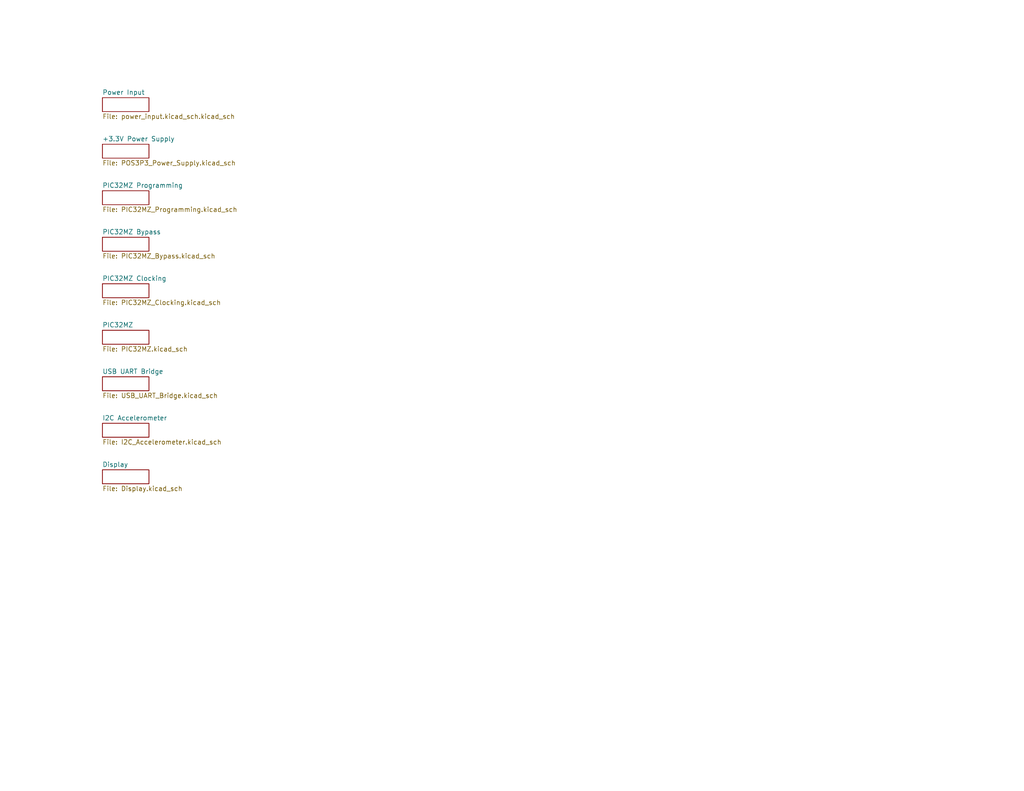
<source format=kicad_sch>
(kicad_sch (version 20211123) (generator eeschema)
  (paper "A")
  (lib_symbols)
  (sheet (at 27.94 26.67) (size 12.7 3.81) (stroke (width 0.1524))
    (property "Sheet name" "Power Input" (at 27.94 25.9584 0) (effects (justify left bottom)))
    (property "Sheet file" "power_input.kicad_sch.kicad_sch" (at 27.94 31.0646 0) (effects (justify left top)))
  )
  (sheet (at 27.94 90.17) (size 12.7 3.81) (stroke (width 0.1524))
    (property "Sheet name" "PIC32MZ" (at 27.94 89.4584 0) (effects (justify left bottom)))
    (property "Sheet file" "PIC32MZ.kicad_sch" (at 27.94 94.5646 0) (effects (justify left top)))
  )
  (sheet (at 27.94 115.57) (size 12.7 3.81) (stroke (width 0.1524))
    (property "Sheet name" "I2C Accelerometer" (at 27.94 114.8584 0) (effects (justify left bottom)))
    (property "Sheet file" "I2C_Accelerometer.kicad_sch" (at 27.94 119.9646 0) (effects (justify left top)))
  )
  (sheet (at 27.94 64.77) (size 12.7 3.81) (stroke (width 0.1524))
    (property "Sheet name" "PIC32MZ Bypass" (at 27.94 64.0584 0) (effects (justify left bottom)))
    (property "Sheet file" "PIC32MZ_Bypass.kicad_sch" (at 27.94 69.1646 0) (effects (justify left top)))
  )
  (sheet (at 27.94 102.87) (size 12.7 3.81) (stroke (width 0.1524))
    (property "Sheet name" "USB UART Bridge" (at 27.94 102.1584 0) (effects (justify left bottom)))
    (property "Sheet file" "USB_UART_Bridge.kicad_sch" (at 27.94 107.2646 0) (effects (justify left top)))
  )
  (sheet (at 27.94 128.27) (size 12.7 3.81) (stroke (width 0.1524))
    (property "Sheet name" "Display" (at 27.94 127.5584 0) (effects (justify left bottom)))
    (property "Sheet file" "Display.kicad_sch" (at 27.94 132.6646 0) (effects (justify left top)))
  )
  (sheet (at 27.94 52.07) (size 12.7 3.81) (stroke (width 0.1524))
    (property "Sheet name" "PIC32MZ Programming" (at 27.94 51.3584 0) (effects (justify left bottom)))
    (property "Sheet file" "PIC32MZ_Programming.kicad_sch" (at 27.94 56.4646 0) (effects (justify left top)))
  )
  (sheet (at 27.94 77.47) (size 12.7 3.81) (stroke (width 0.1524))
    (property "Sheet name" "PIC32MZ Clocking" (at 27.94 76.7584 0) (effects (justify left bottom)))
    (property "Sheet file" "PIC32MZ_Clocking.kicad_sch" (at 27.94 81.8646 0) (effects (justify left top)))
  )
  (sheet (at 27.94 39.37) (size 12.7 3.81) (stroke (width 0.1524))
    (property "Sheet name" "+3.3V Power Supply" (at 27.94 38.6584 0) (effects (justify left bottom)))
    (property "Sheet file" "POS3P3_Power_Supply.kicad_sch" (at 27.94 43.7646 0) (effects (justify left top)))
  )
)
</source>
